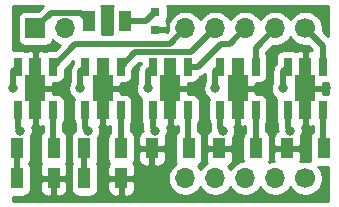
<source format=gtl>
%TF.GenerationSoftware,KiCad,Pcbnew,(5.1.8)-1*%
%TF.CreationDate,2021-03-06T21:21:54+09:00*%
%TF.ProjectId,led_driver,6c65645f-6472-4697-9665-722e6b696361,rev?*%
%TF.SameCoordinates,PX7df6180PY3a22d00*%
%TF.FileFunction,Copper,L1,Top*%
%TF.FilePolarity,Positive*%
%FSLAX46Y46*%
G04 Gerber Fmt 4.6, Leading zero omitted, Abs format (unit mm)*
G04 Created by KiCad (PCBNEW (5.1.8)-1) date 2021-03-06 21:21:54*
%MOMM*%
%LPD*%
G01*
G04 APERTURE LIST*
%TA.AperFunction,ComponentPad*%
%ADD10C,1.700000*%
%TD*%
%TA.AperFunction,ComponentPad*%
%ADD11O,1.700000X1.700000*%
%TD*%
%TA.AperFunction,ComponentPad*%
%ADD12R,1.700000X1.700000*%
%TD*%
%TA.AperFunction,SMDPad,CuDef*%
%ADD13R,0.700000X1.500000*%
%TD*%
%TA.AperFunction,SMDPad,CuDef*%
%ADD14R,1.000000X1.500000*%
%TD*%
%TA.AperFunction,SMDPad,CuDef*%
%ADD15R,1.800000X2.200000*%
%TD*%
%TA.AperFunction,SMDPad,CuDef*%
%ADD16R,1.050000X1.800000*%
%TD*%
%TA.AperFunction,SMDPad,CuDef*%
%ADD17R,0.800000X0.800000*%
%TD*%
%TA.AperFunction,ViaPad*%
%ADD18C,0.800000*%
%TD*%
%TA.AperFunction,Conductor*%
%ADD19C,0.500000*%
%TD*%
%TA.AperFunction,Conductor*%
%ADD20C,0.254000*%
%TD*%
%TA.AperFunction,Conductor*%
%ADD21C,0.100000*%
%TD*%
G04 APERTURE END LIST*
D10*
%TO.P,J2,1*%
%TO.N,Net-(J2-Pad1)*%
X25400000Y2540000D03*
D11*
%TO.P,J2,2*%
%TO.N,Net-(J2-Pad2)*%
X22860000Y2540000D03*
%TO.P,J2,3*%
%TO.N,Net-(J2-Pad3)*%
X20320000Y2540000D03*
%TO.P,J2,4*%
%TO.N,Net-(J10-Pad1)*%
X17780000Y2540000D03*
%TO.P,J2,5*%
%TO.N,Net-(J11-Pad1)*%
X15240000Y2540000D03*
%TD*%
%TO.P,J3,5*%
%TO.N,Net-(J11-Pad4)*%
X15240000Y15240000D03*
%TO.P,J3,4*%
%TO.N,Net-(J10-Pad4)*%
X17780000Y15240000D03*
%TO.P,J3,3*%
%TO.N,Net-(J3-Pad3)*%
X20320000Y15240000D03*
%TO.P,J3,2*%
%TO.N,Net-(J3-Pad2)*%
X22860000Y15240000D03*
D10*
%TO.P,J3,1*%
%TO.N,Net-(J3-Pad1)*%
X25400000Y15240000D03*
%TD*%
D12*
%TO.P,J1,1*%
%TO.N,Net-(J1-Pad1)*%
X2540000Y15240000D03*
D11*
%TO.P,J1,2*%
%TO.N,Net-(J1-Pad2)*%
X5080000Y15240000D03*
%TD*%
D13*
%TO.P,J5,1*%
%TO.N,Net-(J2-Pad1)*%
X23900000Y8310000D03*
D14*
%TO.P,J5,2*%
%TO.N,Net-(J1-Pad2)*%
X25400000Y8310000D03*
D13*
%TO.P,J5,3*%
%TO.N,Net-(J5-Pad3)*%
X26900000Y8310000D03*
%TO.P,J5,4*%
%TO.N,Net-(J3-Pad1)*%
X26900000Y12010000D03*
D14*
%TO.P,J5,5*%
%TO.N,Net-(J1-Pad2)*%
X25400000Y12010000D03*
D13*
%TO.P,J5,6*%
%TO.N,Net-(J1-Pad1)*%
X23900000Y12010000D03*
D15*
%TO.P,J5,7*%
%TO.N,Net-(J1-Pad2)*%
X25400000Y10160000D03*
%TD*%
%TO.P,J6,7*%
%TO.N,Net-(J1-Pad2)*%
X19685000Y10160000D03*
D13*
%TO.P,J6,6*%
%TO.N,Net-(J1-Pad1)*%
X18185000Y12010000D03*
D14*
%TO.P,J6,5*%
%TO.N,Net-(J1-Pad2)*%
X19685000Y12010000D03*
D13*
%TO.P,J6,4*%
%TO.N,Net-(J3-Pad2)*%
X21185000Y12010000D03*
%TO.P,J6,3*%
%TO.N,Net-(J6-Pad3)*%
X21185000Y8310000D03*
D14*
%TO.P,J6,2*%
%TO.N,Net-(J1-Pad2)*%
X19685000Y8310000D03*
D13*
%TO.P,J6,1*%
%TO.N,Net-(J2-Pad2)*%
X18185000Y8310000D03*
%TD*%
%TO.P,J7,1*%
%TO.N,Net-(J2-Pad3)*%
X12470000Y8310000D03*
D14*
%TO.P,J7,2*%
%TO.N,Net-(J1-Pad2)*%
X13970000Y8310000D03*
D13*
%TO.P,J7,3*%
%TO.N,Net-(J7-Pad3)*%
X15470000Y8310000D03*
%TO.P,J7,4*%
%TO.N,Net-(J3-Pad3)*%
X15470000Y12010000D03*
D14*
%TO.P,J7,5*%
%TO.N,Net-(J1-Pad2)*%
X13970000Y12010000D03*
D13*
%TO.P,J7,6*%
%TO.N,Net-(J1-Pad1)*%
X12470000Y12010000D03*
D15*
%TO.P,J7,7*%
%TO.N,Net-(J1-Pad2)*%
X13970000Y10160000D03*
%TD*%
D13*
%TO.P,J10,1*%
%TO.N,Net-(J10-Pad1)*%
X6755000Y8310000D03*
D14*
%TO.P,J10,2*%
%TO.N,Net-(J1-Pad2)*%
X8255000Y8310000D03*
D13*
%TO.P,J10,3*%
%TO.N,Net-(J10-Pad3)*%
X9755000Y8310000D03*
%TO.P,J10,4*%
%TO.N,Net-(J10-Pad4)*%
X9755000Y12010000D03*
D14*
%TO.P,J10,5*%
%TO.N,Net-(J1-Pad2)*%
X8255000Y12010000D03*
D13*
%TO.P,J10,6*%
%TO.N,Net-(J1-Pad1)*%
X6755000Y12010000D03*
D15*
%TO.P,J10,7*%
%TO.N,Net-(J1-Pad2)*%
X8255000Y10160000D03*
%TD*%
%TO.P,J11,7*%
%TO.N,Net-(J1-Pad2)*%
X2540000Y10160000D03*
D13*
%TO.P,J11,6*%
%TO.N,Net-(J1-Pad1)*%
X1040000Y12010000D03*
D14*
%TO.P,J11,5*%
%TO.N,Net-(J1-Pad2)*%
X2540000Y12010000D03*
D13*
%TO.P,J11,4*%
%TO.N,Net-(J11-Pad4)*%
X4040000Y12010000D03*
%TO.P,J11,3*%
%TO.N,Net-(J11-Pad3)*%
X4040000Y8310000D03*
D14*
%TO.P,J11,2*%
%TO.N,Net-(J1-Pad2)*%
X2540000Y8310000D03*
D13*
%TO.P,J11,1*%
%TO.N,Net-(J11-Pad1)*%
X1040000Y8310000D03*
%TD*%
D16*
%TO.P,R1,1*%
%TO.N,Net-(J5-Pad3)*%
X26950000Y5080000D03*
%TO.P,R1,2*%
%TO.N,Net-(J1-Pad2)*%
X23850000Y5080000D03*
%TD*%
%TO.P,R2,2*%
%TO.N,Net-(J1-Pad2)*%
X18135000Y5080000D03*
%TO.P,R2,1*%
%TO.N,Net-(J6-Pad3)*%
X21235000Y5080000D03*
%TD*%
%TO.P,R3,1*%
%TO.N,Net-(J7-Pad3)*%
X15520000Y5080000D03*
%TO.P,R3,2*%
%TO.N,Net-(J1-Pad2)*%
X12420000Y5080000D03*
%TD*%
%TO.P,R4,1*%
%TO.N,Net-(J10-Pad3)*%
X9805000Y5080000D03*
%TO.P,R4,2*%
%TO.N,Net-(R4-Pad2)*%
X6705000Y5080000D03*
%TD*%
%TO.P,R5,1*%
%TO.N,Net-(J11-Pad3)*%
X4090000Y5080000D03*
%TO.P,R5,2*%
%TO.N,Net-(R5-Pad2)*%
X990000Y5080000D03*
%TD*%
%TO.P,R6,2*%
%TO.N,Net-(J1-Pad2)*%
X9805000Y2540000D03*
%TO.P,R6,1*%
%TO.N,Net-(R4-Pad2)*%
X6705000Y2540000D03*
%TD*%
%TO.P,R7,2*%
%TO.N,Net-(J1-Pad2)*%
X4090000Y2540000D03*
%TO.P,R7,1*%
%TO.N,Net-(R5-Pad2)*%
X990000Y2540000D03*
%TD*%
D17*
%TO.P,LED1,1*%
%TO.N,Net-(LED1-Pad1)*%
X12700000Y16625000D03*
%TO.P,LED1,2*%
%TO.N,Net-(J1-Pad2)*%
X12700000Y15125000D03*
%TD*%
D16*
%TO.P,R8,1*%
%TO.N,Net-(J1-Pad1)*%
X7060000Y15875000D03*
%TO.P,R8,2*%
%TO.N,Net-(LED1-Pad1)*%
X10160000Y15875000D03*
%TD*%
D18*
%TO.N,Net-(J1-Pad1)*%
X635000Y10160000D03*
X6350000Y10160000D03*
X12065000Y10160000D03*
X17780000Y10160000D03*
X23495000Y10160000D03*
%TO.N,Net-(J1-Pad2)*%
X1016000Y16764000D03*
X26924000Y16764000D03*
X12319000Y1143000D03*
X10033000Y10160000D03*
X4318000Y10160000D03*
X15748000Y10160000D03*
X21463000Y10160000D03*
X27178000Y10160000D03*
X2667000Y6604000D03*
X11176000Y6858000D03*
X22606000Y6858000D03*
X8382000Y6604000D03*
X5334000Y6604000D03*
X25654000Y6604000D03*
X8636000Y15875000D03*
X2540000Y1143000D03*
X8255000Y1143000D03*
X26924000Y1016000D03*
%TO.N,Net-(J2-Pad1)*%
X24130000Y6580002D03*
%TO.N,Net-(J2-Pad2)*%
X18415000Y6580002D03*
%TO.N,Net-(J2-Pad3)*%
X12700000Y6580002D03*
%TO.N,Net-(J10-Pad1)*%
X6985000Y6580002D03*
%TO.N,Net-(J11-Pad1)*%
X1270000Y6580002D03*
%TD*%
D19*
%TO.N,Net-(J1-Pad1)*%
X3840001Y16540001D02*
X6394999Y16540001D01*
X6394999Y16540001D02*
X7060000Y15875000D01*
X2540000Y15240000D02*
X3840001Y16540001D01*
X635000Y11605000D02*
X1040000Y12010000D01*
X635000Y10160000D02*
X635000Y11605000D01*
X6350000Y11605000D02*
X6755000Y12010000D01*
X6350000Y10160000D02*
X6350000Y11605000D01*
X12065000Y11605000D02*
X12470000Y12010000D01*
X12065000Y10160000D02*
X12065000Y11605000D01*
X17780000Y11605000D02*
X18185000Y12010000D01*
X17780000Y10160000D02*
X17780000Y11605000D01*
X23495000Y11605000D02*
X23900000Y12010000D01*
X23495000Y10160000D02*
X23495000Y11605000D01*
%TO.N,Net-(J2-Pad1)*%
X23900000Y6810002D02*
X24130000Y6580002D01*
X23900000Y8310000D02*
X23900000Y6810002D01*
%TO.N,Net-(J2-Pad2)*%
X18185000Y6810002D02*
X18415000Y6580002D01*
X18185000Y8310000D02*
X18185000Y6810002D01*
%TO.N,Net-(J2-Pad3)*%
X12470000Y6810002D02*
X12700000Y6580002D01*
X12470000Y8310000D02*
X12470000Y6810002D01*
%TO.N,Net-(J10-Pad1)*%
X6755000Y6810002D02*
X6985000Y6580002D01*
X6755000Y8310000D02*
X6755000Y6810002D01*
%TO.N,Net-(J11-Pad1)*%
X1040000Y6810002D02*
X1270000Y6580002D01*
X1040000Y8310000D02*
X1040000Y6810002D01*
%TO.N,Net-(J11-Pad4)*%
X13910011Y13910011D02*
X15240000Y15240000D01*
X5940011Y13910011D02*
X13910011Y13910011D01*
X4040000Y12010000D02*
X5940011Y13910011D01*
%TO.N,Net-(J10-Pad4)*%
X15750001Y13210001D02*
X17780000Y15240000D01*
X10955001Y13210001D02*
X15750001Y13210001D01*
X9755000Y12010000D02*
X10955001Y13210001D01*
%TO.N,Net-(J3-Pad3)*%
X19019999Y13939999D02*
X20320000Y15240000D01*
X18249999Y13939999D02*
X19019999Y13939999D01*
X16320000Y12010000D02*
X18249999Y13939999D01*
X15470000Y12010000D02*
X16320000Y12010000D01*
%TO.N,Net-(J3-Pad2)*%
X21185000Y13565000D02*
X22860000Y15240000D01*
X21185000Y12010000D02*
X21185000Y13565000D01*
%TO.N,Net-(J3-Pad1)*%
X26900000Y13740000D02*
X26900000Y12010000D01*
X25400000Y15240000D02*
X26900000Y13740000D01*
%TO.N,Net-(J5-Pad3)*%
X26900000Y5130000D02*
X26950000Y5080000D01*
X26900000Y8310000D02*
X26900000Y5130000D01*
%TO.N,Net-(J6-Pad3)*%
X21185000Y5130000D02*
X21235000Y5080000D01*
X21185000Y8310000D02*
X21185000Y5130000D01*
%TO.N,Net-(J7-Pad3)*%
X15470000Y5130000D02*
X15520000Y5080000D01*
X15470000Y8310000D02*
X15470000Y5130000D01*
%TO.N,Net-(J10-Pad3)*%
X9755000Y5130000D02*
X9805000Y5080000D01*
X9755000Y8310000D02*
X9755000Y5130000D01*
%TO.N,Net-(J11-Pad3)*%
X4040000Y5130000D02*
X4090000Y5080000D01*
X4040000Y8310000D02*
X4040000Y5130000D01*
%TO.N,Net-(R4-Pad2)*%
X6705000Y5080000D02*
X6705000Y2540000D01*
%TO.N,Net-(R5-Pad2)*%
X990000Y5080000D02*
X990000Y2540000D01*
%TO.N,Net-(LED1-Pad1)*%
X11950000Y15875000D02*
X12700000Y16625000D01*
X10160000Y15875000D02*
X11950000Y15875000D01*
%TD*%
D20*
%TO.N,Net-(J1-Pad2)*%
X2776493Y16728072D02*
X1690000Y16728072D01*
X1565518Y16715812D01*
X1445820Y16679502D01*
X1335506Y16620537D01*
X1238815Y16541185D01*
X1159463Y16444494D01*
X1100498Y16334180D01*
X1064188Y16214482D01*
X1051928Y16090000D01*
X1051928Y14390000D01*
X1064188Y14265518D01*
X1100498Y14145820D01*
X1159463Y14035506D01*
X1238815Y13938815D01*
X1335506Y13859463D01*
X1445820Y13800498D01*
X1565518Y13764188D01*
X1690000Y13751928D01*
X3390000Y13751928D01*
X3514482Y13764188D01*
X3634180Y13800498D01*
X3744494Y13859463D01*
X3841185Y13938815D01*
X3920537Y14035506D01*
X3979502Y14145820D01*
X4003966Y14226466D01*
X4079731Y14142412D01*
X4313080Y13968359D01*
X4575901Y13843175D01*
X4610962Y13832540D01*
X4176494Y13398072D01*
X3690000Y13398072D01*
X3565518Y13385812D01*
X3445820Y13349502D01*
X3365000Y13306302D01*
X3284180Y13349502D01*
X3164482Y13385812D01*
X3040000Y13398072D01*
X2825750Y13395000D01*
X2667000Y13236250D01*
X2667000Y12137000D01*
X2687000Y12137000D01*
X2687000Y11883000D01*
X2667000Y11883000D01*
X2667000Y10287000D01*
X3916250Y10287000D01*
X4075000Y10445750D01*
X4075665Y10621928D01*
X4390000Y10621928D01*
X4514482Y10634188D01*
X4634180Y10670498D01*
X4744494Y10729463D01*
X4841185Y10808815D01*
X4920537Y10905506D01*
X4979502Y11015820D01*
X5015812Y11135518D01*
X5028072Y11260000D01*
X5028072Y11746494D01*
X5766928Y12485349D01*
X5766928Y12273506D01*
X5754952Y12261530D01*
X5721184Y12233817D01*
X5693471Y12200049D01*
X5693468Y12200046D01*
X5610590Y12099059D01*
X5528412Y11945313D01*
X5477805Y11778490D01*
X5460719Y11605000D01*
X5465001Y11561521D01*
X5465000Y10698455D01*
X5432795Y10650256D01*
X5354774Y10461898D01*
X5315000Y10261939D01*
X5315000Y10058061D01*
X5354774Y9858102D01*
X5432795Y9669744D01*
X5546063Y9500226D01*
X5690226Y9356063D01*
X5807472Y9277722D01*
X5779188Y9184482D01*
X5766928Y9060000D01*
X5766928Y7560000D01*
X5779188Y7435518D01*
X5815498Y7315820D01*
X5870001Y7213854D01*
X5870001Y6853481D01*
X5865719Y6810002D01*
X5882805Y6636512D01*
X5907694Y6554468D01*
X5825506Y6510537D01*
X5728815Y6431185D01*
X5649463Y6334494D01*
X5590498Y6224180D01*
X5554188Y6104482D01*
X5541928Y5980000D01*
X5541928Y4180000D01*
X5554188Y4055518D01*
X5590498Y3935820D01*
X5649463Y3825506D01*
X5662188Y3810000D01*
X5649463Y3794494D01*
X5590498Y3684180D01*
X5554188Y3564482D01*
X5541928Y3440000D01*
X5541928Y1640000D01*
X5554188Y1515518D01*
X5590498Y1395820D01*
X5649463Y1285506D01*
X5728815Y1188815D01*
X5825506Y1109463D01*
X5935820Y1050498D01*
X6055518Y1014188D01*
X6180000Y1001928D01*
X7230000Y1001928D01*
X7354482Y1014188D01*
X7474180Y1050498D01*
X7584494Y1109463D01*
X7681185Y1188815D01*
X7760537Y1285506D01*
X7819502Y1395820D01*
X7855812Y1515518D01*
X7868072Y1640000D01*
X8641928Y1640000D01*
X8654188Y1515518D01*
X8690498Y1395820D01*
X8749463Y1285506D01*
X8828815Y1188815D01*
X8925506Y1109463D01*
X9035820Y1050498D01*
X9155518Y1014188D01*
X9280000Y1001928D01*
X9519250Y1005000D01*
X9678000Y1163750D01*
X9678000Y2413000D01*
X9932000Y2413000D01*
X9932000Y1163750D01*
X10090750Y1005000D01*
X10330000Y1001928D01*
X10454482Y1014188D01*
X10574180Y1050498D01*
X10684494Y1109463D01*
X10781185Y1188815D01*
X10860537Y1285506D01*
X10919502Y1395820D01*
X10955812Y1515518D01*
X10968072Y1640000D01*
X10965000Y2254250D01*
X10806250Y2413000D01*
X9932000Y2413000D01*
X9678000Y2413000D01*
X8803750Y2413000D01*
X8645000Y2254250D01*
X8641928Y1640000D01*
X7868072Y1640000D01*
X7868072Y3440000D01*
X7855812Y3564482D01*
X7819502Y3684180D01*
X7760537Y3794494D01*
X7747812Y3810000D01*
X7760537Y3825506D01*
X7819502Y3935820D01*
X7855812Y4055518D01*
X7868072Y4180000D01*
X7868072Y5980000D01*
X7863037Y6031126D01*
X7902205Y6089746D01*
X7980226Y6278104D01*
X8020000Y6478063D01*
X8020000Y6681941D01*
X7980226Y6881900D01*
X7962414Y6924902D01*
X7969250Y6925000D01*
X8128000Y7083750D01*
X8128000Y8183000D01*
X8108000Y8183000D01*
X8108000Y8437000D01*
X8128000Y8437000D01*
X8128000Y10033000D01*
X8382000Y10033000D01*
X8382000Y8437000D01*
X8402000Y8437000D01*
X8402000Y8183000D01*
X8382000Y8183000D01*
X8382000Y7083750D01*
X8540750Y6925000D01*
X8755000Y6921928D01*
X8870000Y6933254D01*
X8870001Y6464985D01*
X8828815Y6431185D01*
X8749463Y6334494D01*
X8690498Y6224180D01*
X8654188Y6104482D01*
X8641928Y5980000D01*
X8641928Y4180000D01*
X8654188Y4055518D01*
X8690498Y3935820D01*
X8749463Y3825506D01*
X8762188Y3810000D01*
X8749463Y3794494D01*
X8690498Y3684180D01*
X8654188Y3564482D01*
X8641928Y3440000D01*
X8645000Y2825750D01*
X8803750Y2667000D01*
X9678000Y2667000D01*
X9678000Y2687000D01*
X9932000Y2687000D01*
X9932000Y2667000D01*
X10806250Y2667000D01*
X10965000Y2825750D01*
X10968072Y3440000D01*
X10955812Y3564482D01*
X10919502Y3684180D01*
X10860537Y3794494D01*
X10847812Y3810000D01*
X10860537Y3825506D01*
X10919502Y3935820D01*
X10955812Y4055518D01*
X10968072Y4180000D01*
X11256928Y4180000D01*
X11269188Y4055518D01*
X11305498Y3935820D01*
X11364463Y3825506D01*
X11443815Y3728815D01*
X11540506Y3649463D01*
X11650820Y3590498D01*
X11770518Y3554188D01*
X11895000Y3541928D01*
X12134250Y3545000D01*
X12293000Y3703750D01*
X12293000Y4953000D01*
X12547000Y4953000D01*
X12547000Y3703750D01*
X12705750Y3545000D01*
X12945000Y3541928D01*
X13069482Y3554188D01*
X13189180Y3590498D01*
X13299494Y3649463D01*
X13396185Y3728815D01*
X13475537Y3825506D01*
X13534502Y3935820D01*
X13570812Y4055518D01*
X13583072Y4180000D01*
X13580000Y4794250D01*
X13421250Y4953000D01*
X12547000Y4953000D01*
X12293000Y4953000D01*
X11418750Y4953000D01*
X11260000Y4794250D01*
X11256928Y4180000D01*
X10968072Y4180000D01*
X10968072Y5980000D01*
X10955812Y6104482D01*
X10919502Y6224180D01*
X10860537Y6334494D01*
X10781185Y6431185D01*
X10684494Y6510537D01*
X10640000Y6534320D01*
X10640000Y7213856D01*
X10694502Y7315820D01*
X10730812Y7435518D01*
X10743072Y7560000D01*
X10743072Y9060000D01*
X10730812Y9184482D01*
X10694502Y9304180D01*
X10635537Y9414494D01*
X10556185Y9511185D01*
X10459494Y9590537D01*
X10349180Y9649502D01*
X10229482Y9685812D01*
X10105000Y9698072D01*
X9790665Y9698072D01*
X9790000Y9874250D01*
X9631250Y10033000D01*
X8382000Y10033000D01*
X8128000Y10033000D01*
X8108000Y10033000D01*
X8108000Y10287000D01*
X8128000Y10287000D01*
X8128000Y11883000D01*
X8108000Y11883000D01*
X8108000Y12137000D01*
X8128000Y12137000D01*
X8128000Y12157000D01*
X8382000Y12157000D01*
X8382000Y12137000D01*
X8402000Y12137000D01*
X8402000Y11883000D01*
X8382000Y11883000D01*
X8382000Y10287000D01*
X9631250Y10287000D01*
X9790000Y10445750D01*
X9790665Y10621928D01*
X10105000Y10621928D01*
X10229482Y10634188D01*
X10349180Y10670498D01*
X10459494Y10729463D01*
X10556185Y10808815D01*
X10635537Y10905506D01*
X10694502Y11015820D01*
X10730812Y11135518D01*
X10743072Y11260000D01*
X10743072Y11746494D01*
X11321580Y12325001D01*
X11481928Y12325001D01*
X11481928Y12273506D01*
X11469952Y12261530D01*
X11436184Y12233817D01*
X11408471Y12200049D01*
X11408468Y12200046D01*
X11325590Y12099059D01*
X11243412Y11945313D01*
X11192805Y11778490D01*
X11175719Y11605000D01*
X11180001Y11561521D01*
X11180000Y10698455D01*
X11147795Y10650256D01*
X11069774Y10461898D01*
X11030000Y10261939D01*
X11030000Y10058061D01*
X11069774Y9858102D01*
X11147795Y9669744D01*
X11261063Y9500226D01*
X11405226Y9356063D01*
X11522472Y9277722D01*
X11494188Y9184482D01*
X11481928Y9060000D01*
X11481928Y7560000D01*
X11494188Y7435518D01*
X11530498Y7315820D01*
X11585001Y7213854D01*
X11585001Y6853481D01*
X11580719Y6810002D01*
X11597805Y6636512D01*
X11622694Y6554468D01*
X11540506Y6510537D01*
X11443815Y6431185D01*
X11364463Y6334494D01*
X11305498Y6224180D01*
X11269188Y6104482D01*
X11256928Y5980000D01*
X11260000Y5365750D01*
X11418750Y5207000D01*
X12293000Y5207000D01*
X12293000Y5227000D01*
X12547000Y5227000D01*
X12547000Y5207000D01*
X13421250Y5207000D01*
X13580000Y5365750D01*
X13583072Y5980000D01*
X13578037Y6031126D01*
X13617205Y6089746D01*
X13695226Y6278104D01*
X13735000Y6478063D01*
X13735000Y6681941D01*
X13695226Y6881900D01*
X13677414Y6924902D01*
X13684250Y6925000D01*
X13843000Y7083750D01*
X13843000Y8183000D01*
X13823000Y8183000D01*
X13823000Y8437000D01*
X13843000Y8437000D01*
X13843000Y10033000D01*
X13823000Y10033000D01*
X13823000Y10287000D01*
X13843000Y10287000D01*
X13843000Y11883000D01*
X13823000Y11883000D01*
X13823000Y12137000D01*
X13843000Y12137000D01*
X13843000Y12157000D01*
X14097000Y12157000D01*
X14097000Y12137000D01*
X14117000Y12137000D01*
X14117000Y11883000D01*
X14097000Y11883000D01*
X14097000Y10287000D01*
X15346250Y10287000D01*
X15505000Y10445750D01*
X15505665Y10621928D01*
X15820000Y10621928D01*
X15944482Y10634188D01*
X16064180Y10670498D01*
X16174494Y10729463D01*
X16271185Y10808815D01*
X16350537Y10905506D01*
X16409502Y11015820D01*
X16445059Y11133035D01*
X16493490Y11137805D01*
X16660313Y11188411D01*
X16814059Y11270589D01*
X16895001Y11337017D01*
X16895000Y10698455D01*
X16862795Y10650256D01*
X16784774Y10461898D01*
X16745000Y10261939D01*
X16745000Y10058061D01*
X16784774Y9858102D01*
X16862795Y9669744D01*
X16976063Y9500226D01*
X17120226Y9356063D01*
X17237472Y9277722D01*
X17209188Y9184482D01*
X17196928Y9060000D01*
X17196928Y7560000D01*
X17209188Y7435518D01*
X17245498Y7315820D01*
X17300001Y7213854D01*
X17300001Y6853481D01*
X17295719Y6810002D01*
X17312805Y6636512D01*
X17337694Y6554468D01*
X17255506Y6510537D01*
X17158815Y6431185D01*
X17079463Y6334494D01*
X17020498Y6224180D01*
X16984188Y6104482D01*
X16971928Y5980000D01*
X16975000Y5365750D01*
X17133750Y5207000D01*
X18008000Y5207000D01*
X18008000Y5227000D01*
X18262000Y5227000D01*
X18262000Y5207000D01*
X19136250Y5207000D01*
X19295000Y5365750D01*
X19298072Y5980000D01*
X19293037Y6031126D01*
X19332205Y6089746D01*
X19410226Y6278104D01*
X19450000Y6478063D01*
X19450000Y6681941D01*
X19410226Y6881900D01*
X19392414Y6924902D01*
X19399250Y6925000D01*
X19558000Y7083750D01*
X19558000Y8183000D01*
X19538000Y8183000D01*
X19538000Y8437000D01*
X19558000Y8437000D01*
X19558000Y10033000D01*
X19538000Y10033000D01*
X19538000Y10261939D01*
X22460000Y10261939D01*
X22460000Y10058061D01*
X22499774Y9858102D01*
X22577795Y9669744D01*
X22691063Y9500226D01*
X22835226Y9356063D01*
X22952472Y9277722D01*
X22924188Y9184482D01*
X22911928Y9060000D01*
X22911928Y7560000D01*
X22924188Y7435518D01*
X22960498Y7315820D01*
X23015001Y7213854D01*
X23015001Y6853481D01*
X23010719Y6810002D01*
X23027805Y6636512D01*
X23052694Y6554468D01*
X22970506Y6510537D01*
X22873815Y6431185D01*
X22794463Y6334494D01*
X22735498Y6224180D01*
X22699188Y6104482D01*
X22686928Y5980000D01*
X22690000Y5365750D01*
X22848750Y5207000D01*
X23723000Y5207000D01*
X23723000Y5227000D01*
X23977000Y5227000D01*
X23977000Y5207000D01*
X24851250Y5207000D01*
X25010000Y5365750D01*
X25013072Y5980000D01*
X25008037Y6031126D01*
X25047205Y6089746D01*
X25125226Y6278104D01*
X25165000Y6478063D01*
X25165000Y6681941D01*
X25125226Y6881900D01*
X25107414Y6924902D01*
X25114250Y6925000D01*
X25273000Y7083750D01*
X25273000Y8183000D01*
X25253000Y8183000D01*
X25253000Y8437000D01*
X25273000Y8437000D01*
X25273000Y10033000D01*
X25253000Y10033000D01*
X25253000Y10287000D01*
X25273000Y10287000D01*
X25273000Y11883000D01*
X25253000Y11883000D01*
X25253000Y12137000D01*
X25273000Y12137000D01*
X25273000Y13236250D01*
X25114250Y13395000D01*
X24900000Y13398072D01*
X24775518Y13385812D01*
X24655820Y13349502D01*
X24575000Y13306302D01*
X24494180Y13349502D01*
X24374482Y13385812D01*
X24250000Y13398072D01*
X23550000Y13398072D01*
X23425518Y13385812D01*
X23305820Y13349502D01*
X23195506Y13290537D01*
X23098815Y13211185D01*
X23019463Y13114494D01*
X22960498Y13004180D01*
X22924188Y12884482D01*
X22911928Y12760000D01*
X22911928Y12273506D01*
X22899952Y12261530D01*
X22866184Y12233817D01*
X22838471Y12200049D01*
X22838468Y12200046D01*
X22755590Y12099059D01*
X22673412Y11945313D01*
X22622805Y11778490D01*
X22605719Y11605000D01*
X22610001Y11561521D01*
X22610000Y10698455D01*
X22577795Y10650256D01*
X22499774Y10461898D01*
X22460000Y10261939D01*
X19538000Y10261939D01*
X19538000Y10287000D01*
X19558000Y10287000D01*
X19558000Y11883000D01*
X19538000Y11883000D01*
X19538000Y12137000D01*
X19558000Y12137000D01*
X19558000Y12157000D01*
X19812000Y12157000D01*
X19812000Y12137000D01*
X19832000Y12137000D01*
X19832000Y11883000D01*
X19812000Y11883000D01*
X19812000Y10287000D01*
X21061250Y10287000D01*
X21220000Y10445750D01*
X21220665Y10621928D01*
X21535000Y10621928D01*
X21659482Y10634188D01*
X21779180Y10670498D01*
X21889494Y10729463D01*
X21986185Y10808815D01*
X22065537Y10905506D01*
X22124502Y11015820D01*
X22160812Y11135518D01*
X22173072Y11260000D01*
X22173072Y12760000D01*
X22160812Y12884482D01*
X22124502Y13004180D01*
X22070000Y13106144D01*
X22070000Y13198422D01*
X22641040Y13769461D01*
X22713740Y13755000D01*
X23006260Y13755000D01*
X23293158Y13812068D01*
X23563411Y13924010D01*
X23806632Y14086525D01*
X24013475Y14293368D01*
X24130000Y14467760D01*
X24246525Y14293368D01*
X24453368Y14086525D01*
X24696589Y13924010D01*
X24966842Y13812068D01*
X25253740Y13755000D01*
X25546260Y13755000D01*
X25618960Y13769461D01*
X26000220Y13388202D01*
X25900000Y13398072D01*
X25685750Y13395000D01*
X25527000Y13236250D01*
X25527000Y12137000D01*
X25547000Y12137000D01*
X25547000Y11883000D01*
X25527000Y11883000D01*
X25527000Y10287000D01*
X26776250Y10287000D01*
X26935000Y10445750D01*
X26935665Y10621928D01*
X27250000Y10621928D01*
X27280000Y10624883D01*
X27280000Y9695117D01*
X27250000Y9698072D01*
X26935665Y9698072D01*
X26935000Y9874250D01*
X26776250Y10033000D01*
X25527000Y10033000D01*
X25527000Y8437000D01*
X25547000Y8437000D01*
X25547000Y8183000D01*
X25527000Y8183000D01*
X25527000Y7083750D01*
X25685750Y6925000D01*
X25900000Y6921928D01*
X26015000Y6933254D01*
X26015001Y6464985D01*
X25973815Y6431185D01*
X25894463Y6334494D01*
X25835498Y6224180D01*
X25799188Y6104482D01*
X25786928Y5980000D01*
X25786928Y4180000D01*
X25799188Y4055518D01*
X25825282Y3969499D01*
X25546260Y4025000D01*
X25253740Y4025000D01*
X24974718Y3969499D01*
X25000812Y4055518D01*
X25013072Y4180000D01*
X25010000Y4794250D01*
X24851250Y4953000D01*
X23977000Y4953000D01*
X23977000Y4933000D01*
X23723000Y4933000D01*
X23723000Y4953000D01*
X22848750Y4953000D01*
X22690000Y4794250D01*
X22686928Y4180000D01*
X22699188Y4055518D01*
X22708747Y4024007D01*
X22426842Y3967932D01*
X22349529Y3935908D01*
X22385812Y4055518D01*
X22398072Y4180000D01*
X22398072Y5980000D01*
X22385812Y6104482D01*
X22349502Y6224180D01*
X22290537Y6334494D01*
X22211185Y6431185D01*
X22114494Y6510537D01*
X22070000Y6534320D01*
X22070000Y7213856D01*
X22124502Y7315820D01*
X22160812Y7435518D01*
X22173072Y7560000D01*
X22173072Y9060000D01*
X22160812Y9184482D01*
X22124502Y9304180D01*
X22065537Y9414494D01*
X21986185Y9511185D01*
X21889494Y9590537D01*
X21779180Y9649502D01*
X21659482Y9685812D01*
X21535000Y9698072D01*
X21220665Y9698072D01*
X21220000Y9874250D01*
X21061250Y10033000D01*
X19812000Y10033000D01*
X19812000Y8437000D01*
X19832000Y8437000D01*
X19832000Y8183000D01*
X19812000Y8183000D01*
X19812000Y7083750D01*
X19970750Y6925000D01*
X20185000Y6921928D01*
X20300000Y6933254D01*
X20300001Y6464985D01*
X20258815Y6431185D01*
X20179463Y6334494D01*
X20120498Y6224180D01*
X20084188Y6104482D01*
X20071928Y5980000D01*
X20071928Y4180000D01*
X20084188Y4055518D01*
X20098015Y4009937D01*
X19886842Y3967932D01*
X19616589Y3855990D01*
X19373368Y3693475D01*
X19166525Y3486632D01*
X19050000Y3312240D01*
X18933475Y3486632D01*
X18846965Y3573142D01*
X18904180Y3590498D01*
X19014494Y3649463D01*
X19111185Y3728815D01*
X19190537Y3825506D01*
X19249502Y3935820D01*
X19285812Y4055518D01*
X19298072Y4180000D01*
X19295000Y4794250D01*
X19136250Y4953000D01*
X18262000Y4953000D01*
X18262000Y4933000D01*
X18008000Y4933000D01*
X18008000Y4953000D01*
X17133750Y4953000D01*
X16975000Y4794250D01*
X16971928Y4180000D01*
X16984188Y4055518D01*
X17020498Y3935820D01*
X17066700Y3849383D01*
X16833368Y3693475D01*
X16626525Y3486632D01*
X16510000Y3312240D01*
X16393475Y3486632D01*
X16289460Y3590647D01*
X16399494Y3649463D01*
X16496185Y3728815D01*
X16575537Y3825506D01*
X16634502Y3935820D01*
X16670812Y4055518D01*
X16683072Y4180000D01*
X16683072Y5980000D01*
X16670812Y6104482D01*
X16634502Y6224180D01*
X16575537Y6334494D01*
X16496185Y6431185D01*
X16399494Y6510537D01*
X16355000Y6534320D01*
X16355000Y7213856D01*
X16409502Y7315820D01*
X16445812Y7435518D01*
X16458072Y7560000D01*
X16458072Y9060000D01*
X16445812Y9184482D01*
X16409502Y9304180D01*
X16350537Y9414494D01*
X16271185Y9511185D01*
X16174494Y9590537D01*
X16064180Y9649502D01*
X15944482Y9685812D01*
X15820000Y9698072D01*
X15505665Y9698072D01*
X15505000Y9874250D01*
X15346250Y10033000D01*
X14097000Y10033000D01*
X14097000Y8437000D01*
X14117000Y8437000D01*
X14117000Y8183000D01*
X14097000Y8183000D01*
X14097000Y7083750D01*
X14255750Y6925000D01*
X14470000Y6921928D01*
X14585000Y6933254D01*
X14585001Y6464985D01*
X14543815Y6431185D01*
X14464463Y6334494D01*
X14405498Y6224180D01*
X14369188Y6104482D01*
X14356928Y5980000D01*
X14356928Y4180000D01*
X14369188Y4055518D01*
X14405498Y3935820D01*
X14464463Y3825506D01*
X14473849Y3814069D01*
X14293368Y3693475D01*
X14086525Y3486632D01*
X13924010Y3243411D01*
X13812068Y2973158D01*
X13755000Y2686260D01*
X13755000Y2393740D01*
X13812068Y2106842D01*
X13924010Y1836589D01*
X14086525Y1593368D01*
X14293368Y1386525D01*
X14536589Y1224010D01*
X14806842Y1112068D01*
X15093740Y1055000D01*
X15386260Y1055000D01*
X15673158Y1112068D01*
X15943411Y1224010D01*
X16186632Y1386525D01*
X16393475Y1593368D01*
X16510000Y1767760D01*
X16626525Y1593368D01*
X16833368Y1386525D01*
X17076589Y1224010D01*
X17346842Y1112068D01*
X17633740Y1055000D01*
X17926260Y1055000D01*
X18213158Y1112068D01*
X18483411Y1224010D01*
X18726632Y1386525D01*
X18933475Y1593368D01*
X19050000Y1767760D01*
X19166525Y1593368D01*
X19373368Y1386525D01*
X19616589Y1224010D01*
X19886842Y1112068D01*
X20173740Y1055000D01*
X20466260Y1055000D01*
X20753158Y1112068D01*
X21023411Y1224010D01*
X21266632Y1386525D01*
X21473475Y1593368D01*
X21590000Y1767760D01*
X21706525Y1593368D01*
X21913368Y1386525D01*
X22156589Y1224010D01*
X22426842Y1112068D01*
X22713740Y1055000D01*
X23006260Y1055000D01*
X23293158Y1112068D01*
X23563411Y1224010D01*
X23806632Y1386525D01*
X24013475Y1593368D01*
X24130000Y1767760D01*
X24246525Y1593368D01*
X24453368Y1386525D01*
X24696589Y1224010D01*
X24966842Y1112068D01*
X25253740Y1055000D01*
X25546260Y1055000D01*
X25833158Y1112068D01*
X26103411Y1224010D01*
X26346632Y1386525D01*
X26553475Y1593368D01*
X26715990Y1836589D01*
X26827932Y2106842D01*
X26885000Y2393740D01*
X26885000Y2686260D01*
X26827932Y2973158D01*
X26715990Y3243411D01*
X26553475Y3486632D01*
X26498179Y3541928D01*
X27280001Y3541928D01*
X27280001Y660000D01*
X660000Y660000D01*
X660000Y1001928D01*
X1515000Y1001928D01*
X1639482Y1014188D01*
X1759180Y1050498D01*
X1869494Y1109463D01*
X1966185Y1188815D01*
X2045537Y1285506D01*
X2104502Y1395820D01*
X2140812Y1515518D01*
X2153072Y1640000D01*
X2926928Y1640000D01*
X2939188Y1515518D01*
X2975498Y1395820D01*
X3034463Y1285506D01*
X3113815Y1188815D01*
X3210506Y1109463D01*
X3320820Y1050498D01*
X3440518Y1014188D01*
X3565000Y1001928D01*
X3804250Y1005000D01*
X3963000Y1163750D01*
X3963000Y2413000D01*
X4217000Y2413000D01*
X4217000Y1163750D01*
X4375750Y1005000D01*
X4615000Y1001928D01*
X4739482Y1014188D01*
X4859180Y1050498D01*
X4969494Y1109463D01*
X5066185Y1188815D01*
X5145537Y1285506D01*
X5204502Y1395820D01*
X5240812Y1515518D01*
X5253072Y1640000D01*
X5250000Y2254250D01*
X5091250Y2413000D01*
X4217000Y2413000D01*
X3963000Y2413000D01*
X3088750Y2413000D01*
X2930000Y2254250D01*
X2926928Y1640000D01*
X2153072Y1640000D01*
X2153072Y3440000D01*
X2140812Y3564482D01*
X2104502Y3684180D01*
X2045537Y3794494D01*
X2032812Y3810000D01*
X2045537Y3825506D01*
X2104502Y3935820D01*
X2140812Y4055518D01*
X2153072Y4180000D01*
X2153072Y5980000D01*
X2148037Y6031126D01*
X2187205Y6089746D01*
X2265226Y6278104D01*
X2305000Y6478063D01*
X2305000Y6681941D01*
X2265226Y6881900D01*
X2247414Y6924902D01*
X2254250Y6925000D01*
X2413000Y7083750D01*
X2413000Y8183000D01*
X2393000Y8183000D01*
X2393000Y8437000D01*
X2413000Y8437000D01*
X2413000Y10033000D01*
X2667000Y10033000D01*
X2667000Y8437000D01*
X2687000Y8437000D01*
X2687000Y8183000D01*
X2667000Y8183000D01*
X2667000Y7083750D01*
X2825750Y6925000D01*
X3040000Y6921928D01*
X3155000Y6933254D01*
X3155001Y6464985D01*
X3113815Y6431185D01*
X3034463Y6334494D01*
X2975498Y6224180D01*
X2939188Y6104482D01*
X2926928Y5980000D01*
X2926928Y4180000D01*
X2939188Y4055518D01*
X2975498Y3935820D01*
X3034463Y3825506D01*
X3047188Y3810000D01*
X3034463Y3794494D01*
X2975498Y3684180D01*
X2939188Y3564482D01*
X2926928Y3440000D01*
X2930000Y2825750D01*
X3088750Y2667000D01*
X3963000Y2667000D01*
X3963000Y2687000D01*
X4217000Y2687000D01*
X4217000Y2667000D01*
X5091250Y2667000D01*
X5250000Y2825750D01*
X5253072Y3440000D01*
X5240812Y3564482D01*
X5204502Y3684180D01*
X5145537Y3794494D01*
X5132812Y3810000D01*
X5145537Y3825506D01*
X5204502Y3935820D01*
X5240812Y4055518D01*
X5253072Y4180000D01*
X5253072Y5980000D01*
X5240812Y6104482D01*
X5204502Y6224180D01*
X5145537Y6334494D01*
X5066185Y6431185D01*
X4969494Y6510537D01*
X4925000Y6534320D01*
X4925000Y7213856D01*
X4979502Y7315820D01*
X5015812Y7435518D01*
X5028072Y7560000D01*
X5028072Y9060000D01*
X5015812Y9184482D01*
X4979502Y9304180D01*
X4920537Y9414494D01*
X4841185Y9511185D01*
X4744494Y9590537D01*
X4634180Y9649502D01*
X4514482Y9685812D01*
X4390000Y9698072D01*
X4075665Y9698072D01*
X4075000Y9874250D01*
X3916250Y10033000D01*
X2667000Y10033000D01*
X2413000Y10033000D01*
X2393000Y10033000D01*
X2393000Y10287000D01*
X2413000Y10287000D01*
X2413000Y11883000D01*
X2393000Y11883000D01*
X2393000Y12137000D01*
X2413000Y12137000D01*
X2413000Y13236250D01*
X2254250Y13395000D01*
X2040000Y13398072D01*
X1915518Y13385812D01*
X1795820Y13349502D01*
X1715000Y13306302D01*
X1634180Y13349502D01*
X1514482Y13385812D01*
X1390000Y13398072D01*
X690000Y13398072D01*
X660000Y13395117D01*
X660000Y17120000D01*
X3168421Y17120000D01*
X2776493Y16728072D01*
%TA.AperFunction,Conductor*%
D21*
G36*
X2776493Y16728072D02*
G01*
X1690000Y16728072D01*
X1565518Y16715812D01*
X1445820Y16679502D01*
X1335506Y16620537D01*
X1238815Y16541185D01*
X1159463Y16444494D01*
X1100498Y16334180D01*
X1064188Y16214482D01*
X1051928Y16090000D01*
X1051928Y14390000D01*
X1064188Y14265518D01*
X1100498Y14145820D01*
X1159463Y14035506D01*
X1238815Y13938815D01*
X1335506Y13859463D01*
X1445820Y13800498D01*
X1565518Y13764188D01*
X1690000Y13751928D01*
X3390000Y13751928D01*
X3514482Y13764188D01*
X3634180Y13800498D01*
X3744494Y13859463D01*
X3841185Y13938815D01*
X3920537Y14035506D01*
X3979502Y14145820D01*
X4003966Y14226466D01*
X4079731Y14142412D01*
X4313080Y13968359D01*
X4575901Y13843175D01*
X4610962Y13832540D01*
X4176494Y13398072D01*
X3690000Y13398072D01*
X3565518Y13385812D01*
X3445820Y13349502D01*
X3365000Y13306302D01*
X3284180Y13349502D01*
X3164482Y13385812D01*
X3040000Y13398072D01*
X2825750Y13395000D01*
X2667000Y13236250D01*
X2667000Y12137000D01*
X2687000Y12137000D01*
X2687000Y11883000D01*
X2667000Y11883000D01*
X2667000Y10287000D01*
X3916250Y10287000D01*
X4075000Y10445750D01*
X4075665Y10621928D01*
X4390000Y10621928D01*
X4514482Y10634188D01*
X4634180Y10670498D01*
X4744494Y10729463D01*
X4841185Y10808815D01*
X4920537Y10905506D01*
X4979502Y11015820D01*
X5015812Y11135518D01*
X5028072Y11260000D01*
X5028072Y11746494D01*
X5766928Y12485349D01*
X5766928Y12273506D01*
X5754952Y12261530D01*
X5721184Y12233817D01*
X5693471Y12200049D01*
X5693468Y12200046D01*
X5610590Y12099059D01*
X5528412Y11945313D01*
X5477805Y11778490D01*
X5460719Y11605000D01*
X5465001Y11561521D01*
X5465000Y10698455D01*
X5432795Y10650256D01*
X5354774Y10461898D01*
X5315000Y10261939D01*
X5315000Y10058061D01*
X5354774Y9858102D01*
X5432795Y9669744D01*
X5546063Y9500226D01*
X5690226Y9356063D01*
X5807472Y9277722D01*
X5779188Y9184482D01*
X5766928Y9060000D01*
X5766928Y7560000D01*
X5779188Y7435518D01*
X5815498Y7315820D01*
X5870001Y7213854D01*
X5870001Y6853481D01*
X5865719Y6810002D01*
X5882805Y6636512D01*
X5907694Y6554468D01*
X5825506Y6510537D01*
X5728815Y6431185D01*
X5649463Y6334494D01*
X5590498Y6224180D01*
X5554188Y6104482D01*
X5541928Y5980000D01*
X5541928Y4180000D01*
X5554188Y4055518D01*
X5590498Y3935820D01*
X5649463Y3825506D01*
X5662188Y3810000D01*
X5649463Y3794494D01*
X5590498Y3684180D01*
X5554188Y3564482D01*
X5541928Y3440000D01*
X5541928Y1640000D01*
X5554188Y1515518D01*
X5590498Y1395820D01*
X5649463Y1285506D01*
X5728815Y1188815D01*
X5825506Y1109463D01*
X5935820Y1050498D01*
X6055518Y1014188D01*
X6180000Y1001928D01*
X7230000Y1001928D01*
X7354482Y1014188D01*
X7474180Y1050498D01*
X7584494Y1109463D01*
X7681185Y1188815D01*
X7760537Y1285506D01*
X7819502Y1395820D01*
X7855812Y1515518D01*
X7868072Y1640000D01*
X8641928Y1640000D01*
X8654188Y1515518D01*
X8690498Y1395820D01*
X8749463Y1285506D01*
X8828815Y1188815D01*
X8925506Y1109463D01*
X9035820Y1050498D01*
X9155518Y1014188D01*
X9280000Y1001928D01*
X9519250Y1005000D01*
X9678000Y1163750D01*
X9678000Y2413000D01*
X9932000Y2413000D01*
X9932000Y1163750D01*
X10090750Y1005000D01*
X10330000Y1001928D01*
X10454482Y1014188D01*
X10574180Y1050498D01*
X10684494Y1109463D01*
X10781185Y1188815D01*
X10860537Y1285506D01*
X10919502Y1395820D01*
X10955812Y1515518D01*
X10968072Y1640000D01*
X10965000Y2254250D01*
X10806250Y2413000D01*
X9932000Y2413000D01*
X9678000Y2413000D01*
X8803750Y2413000D01*
X8645000Y2254250D01*
X8641928Y1640000D01*
X7868072Y1640000D01*
X7868072Y3440000D01*
X7855812Y3564482D01*
X7819502Y3684180D01*
X7760537Y3794494D01*
X7747812Y3810000D01*
X7760537Y3825506D01*
X7819502Y3935820D01*
X7855812Y4055518D01*
X7868072Y4180000D01*
X7868072Y5980000D01*
X7863037Y6031126D01*
X7902205Y6089746D01*
X7980226Y6278104D01*
X8020000Y6478063D01*
X8020000Y6681941D01*
X7980226Y6881900D01*
X7962414Y6924902D01*
X7969250Y6925000D01*
X8128000Y7083750D01*
X8128000Y8183000D01*
X8108000Y8183000D01*
X8108000Y8437000D01*
X8128000Y8437000D01*
X8128000Y10033000D01*
X8382000Y10033000D01*
X8382000Y8437000D01*
X8402000Y8437000D01*
X8402000Y8183000D01*
X8382000Y8183000D01*
X8382000Y7083750D01*
X8540750Y6925000D01*
X8755000Y6921928D01*
X8870000Y6933254D01*
X8870001Y6464985D01*
X8828815Y6431185D01*
X8749463Y6334494D01*
X8690498Y6224180D01*
X8654188Y6104482D01*
X8641928Y5980000D01*
X8641928Y4180000D01*
X8654188Y4055518D01*
X8690498Y3935820D01*
X8749463Y3825506D01*
X8762188Y3810000D01*
X8749463Y3794494D01*
X8690498Y3684180D01*
X8654188Y3564482D01*
X8641928Y3440000D01*
X8645000Y2825750D01*
X8803750Y2667000D01*
X9678000Y2667000D01*
X9678000Y2687000D01*
X9932000Y2687000D01*
X9932000Y2667000D01*
X10806250Y2667000D01*
X10965000Y2825750D01*
X10968072Y3440000D01*
X10955812Y3564482D01*
X10919502Y3684180D01*
X10860537Y3794494D01*
X10847812Y3810000D01*
X10860537Y3825506D01*
X10919502Y3935820D01*
X10955812Y4055518D01*
X10968072Y4180000D01*
X11256928Y4180000D01*
X11269188Y4055518D01*
X11305498Y3935820D01*
X11364463Y3825506D01*
X11443815Y3728815D01*
X11540506Y3649463D01*
X11650820Y3590498D01*
X11770518Y3554188D01*
X11895000Y3541928D01*
X12134250Y3545000D01*
X12293000Y3703750D01*
X12293000Y4953000D01*
X12547000Y4953000D01*
X12547000Y3703750D01*
X12705750Y3545000D01*
X12945000Y3541928D01*
X13069482Y3554188D01*
X13189180Y3590498D01*
X13299494Y3649463D01*
X13396185Y3728815D01*
X13475537Y3825506D01*
X13534502Y3935820D01*
X13570812Y4055518D01*
X13583072Y4180000D01*
X13580000Y4794250D01*
X13421250Y4953000D01*
X12547000Y4953000D01*
X12293000Y4953000D01*
X11418750Y4953000D01*
X11260000Y4794250D01*
X11256928Y4180000D01*
X10968072Y4180000D01*
X10968072Y5980000D01*
X10955812Y6104482D01*
X10919502Y6224180D01*
X10860537Y6334494D01*
X10781185Y6431185D01*
X10684494Y6510537D01*
X10640000Y6534320D01*
X10640000Y7213856D01*
X10694502Y7315820D01*
X10730812Y7435518D01*
X10743072Y7560000D01*
X10743072Y9060000D01*
X10730812Y9184482D01*
X10694502Y9304180D01*
X10635537Y9414494D01*
X10556185Y9511185D01*
X10459494Y9590537D01*
X10349180Y9649502D01*
X10229482Y9685812D01*
X10105000Y9698072D01*
X9790665Y9698072D01*
X9790000Y9874250D01*
X9631250Y10033000D01*
X8382000Y10033000D01*
X8128000Y10033000D01*
X8108000Y10033000D01*
X8108000Y10287000D01*
X8128000Y10287000D01*
X8128000Y11883000D01*
X8108000Y11883000D01*
X8108000Y12137000D01*
X8128000Y12137000D01*
X8128000Y12157000D01*
X8382000Y12157000D01*
X8382000Y12137000D01*
X8402000Y12137000D01*
X8402000Y11883000D01*
X8382000Y11883000D01*
X8382000Y10287000D01*
X9631250Y10287000D01*
X9790000Y10445750D01*
X9790665Y10621928D01*
X10105000Y10621928D01*
X10229482Y10634188D01*
X10349180Y10670498D01*
X10459494Y10729463D01*
X10556185Y10808815D01*
X10635537Y10905506D01*
X10694502Y11015820D01*
X10730812Y11135518D01*
X10743072Y11260000D01*
X10743072Y11746494D01*
X11321580Y12325001D01*
X11481928Y12325001D01*
X11481928Y12273506D01*
X11469952Y12261530D01*
X11436184Y12233817D01*
X11408471Y12200049D01*
X11408468Y12200046D01*
X11325590Y12099059D01*
X11243412Y11945313D01*
X11192805Y11778490D01*
X11175719Y11605000D01*
X11180001Y11561521D01*
X11180000Y10698455D01*
X11147795Y10650256D01*
X11069774Y10461898D01*
X11030000Y10261939D01*
X11030000Y10058061D01*
X11069774Y9858102D01*
X11147795Y9669744D01*
X11261063Y9500226D01*
X11405226Y9356063D01*
X11522472Y9277722D01*
X11494188Y9184482D01*
X11481928Y9060000D01*
X11481928Y7560000D01*
X11494188Y7435518D01*
X11530498Y7315820D01*
X11585001Y7213854D01*
X11585001Y6853481D01*
X11580719Y6810002D01*
X11597805Y6636512D01*
X11622694Y6554468D01*
X11540506Y6510537D01*
X11443815Y6431185D01*
X11364463Y6334494D01*
X11305498Y6224180D01*
X11269188Y6104482D01*
X11256928Y5980000D01*
X11260000Y5365750D01*
X11418750Y5207000D01*
X12293000Y5207000D01*
X12293000Y5227000D01*
X12547000Y5227000D01*
X12547000Y5207000D01*
X13421250Y5207000D01*
X13580000Y5365750D01*
X13583072Y5980000D01*
X13578037Y6031126D01*
X13617205Y6089746D01*
X13695226Y6278104D01*
X13735000Y6478063D01*
X13735000Y6681941D01*
X13695226Y6881900D01*
X13677414Y6924902D01*
X13684250Y6925000D01*
X13843000Y7083750D01*
X13843000Y8183000D01*
X13823000Y8183000D01*
X13823000Y8437000D01*
X13843000Y8437000D01*
X13843000Y10033000D01*
X13823000Y10033000D01*
X13823000Y10287000D01*
X13843000Y10287000D01*
X13843000Y11883000D01*
X13823000Y11883000D01*
X13823000Y12137000D01*
X13843000Y12137000D01*
X13843000Y12157000D01*
X14097000Y12157000D01*
X14097000Y12137000D01*
X14117000Y12137000D01*
X14117000Y11883000D01*
X14097000Y11883000D01*
X14097000Y10287000D01*
X15346250Y10287000D01*
X15505000Y10445750D01*
X15505665Y10621928D01*
X15820000Y10621928D01*
X15944482Y10634188D01*
X16064180Y10670498D01*
X16174494Y10729463D01*
X16271185Y10808815D01*
X16350537Y10905506D01*
X16409502Y11015820D01*
X16445059Y11133035D01*
X16493490Y11137805D01*
X16660313Y11188411D01*
X16814059Y11270589D01*
X16895001Y11337017D01*
X16895000Y10698455D01*
X16862795Y10650256D01*
X16784774Y10461898D01*
X16745000Y10261939D01*
X16745000Y10058061D01*
X16784774Y9858102D01*
X16862795Y9669744D01*
X16976063Y9500226D01*
X17120226Y9356063D01*
X17237472Y9277722D01*
X17209188Y9184482D01*
X17196928Y9060000D01*
X17196928Y7560000D01*
X17209188Y7435518D01*
X17245498Y7315820D01*
X17300001Y7213854D01*
X17300001Y6853481D01*
X17295719Y6810002D01*
X17312805Y6636512D01*
X17337694Y6554468D01*
X17255506Y6510537D01*
X17158815Y6431185D01*
X17079463Y6334494D01*
X17020498Y6224180D01*
X16984188Y6104482D01*
X16971928Y5980000D01*
X16975000Y5365750D01*
X17133750Y5207000D01*
X18008000Y5207000D01*
X18008000Y5227000D01*
X18262000Y5227000D01*
X18262000Y5207000D01*
X19136250Y5207000D01*
X19295000Y5365750D01*
X19298072Y5980000D01*
X19293037Y6031126D01*
X19332205Y6089746D01*
X19410226Y6278104D01*
X19450000Y6478063D01*
X19450000Y6681941D01*
X19410226Y6881900D01*
X19392414Y6924902D01*
X19399250Y6925000D01*
X19558000Y7083750D01*
X19558000Y8183000D01*
X19538000Y8183000D01*
X19538000Y8437000D01*
X19558000Y8437000D01*
X19558000Y10033000D01*
X19538000Y10033000D01*
X19538000Y10261939D01*
X22460000Y10261939D01*
X22460000Y10058061D01*
X22499774Y9858102D01*
X22577795Y9669744D01*
X22691063Y9500226D01*
X22835226Y9356063D01*
X22952472Y9277722D01*
X22924188Y9184482D01*
X22911928Y9060000D01*
X22911928Y7560000D01*
X22924188Y7435518D01*
X22960498Y7315820D01*
X23015001Y7213854D01*
X23015001Y6853481D01*
X23010719Y6810002D01*
X23027805Y6636512D01*
X23052694Y6554468D01*
X22970506Y6510537D01*
X22873815Y6431185D01*
X22794463Y6334494D01*
X22735498Y6224180D01*
X22699188Y6104482D01*
X22686928Y5980000D01*
X22690000Y5365750D01*
X22848750Y5207000D01*
X23723000Y5207000D01*
X23723000Y5227000D01*
X23977000Y5227000D01*
X23977000Y5207000D01*
X24851250Y5207000D01*
X25010000Y5365750D01*
X25013072Y5980000D01*
X25008037Y6031126D01*
X25047205Y6089746D01*
X25125226Y6278104D01*
X25165000Y6478063D01*
X25165000Y6681941D01*
X25125226Y6881900D01*
X25107414Y6924902D01*
X25114250Y6925000D01*
X25273000Y7083750D01*
X25273000Y8183000D01*
X25253000Y8183000D01*
X25253000Y8437000D01*
X25273000Y8437000D01*
X25273000Y10033000D01*
X25253000Y10033000D01*
X25253000Y10287000D01*
X25273000Y10287000D01*
X25273000Y11883000D01*
X25253000Y11883000D01*
X25253000Y12137000D01*
X25273000Y12137000D01*
X25273000Y13236250D01*
X25114250Y13395000D01*
X24900000Y13398072D01*
X24775518Y13385812D01*
X24655820Y13349502D01*
X24575000Y13306302D01*
X24494180Y13349502D01*
X24374482Y13385812D01*
X24250000Y13398072D01*
X23550000Y13398072D01*
X23425518Y13385812D01*
X23305820Y13349502D01*
X23195506Y13290537D01*
X23098815Y13211185D01*
X23019463Y13114494D01*
X22960498Y13004180D01*
X22924188Y12884482D01*
X22911928Y12760000D01*
X22911928Y12273506D01*
X22899952Y12261530D01*
X22866184Y12233817D01*
X22838471Y12200049D01*
X22838468Y12200046D01*
X22755590Y12099059D01*
X22673412Y11945313D01*
X22622805Y11778490D01*
X22605719Y11605000D01*
X22610001Y11561521D01*
X22610000Y10698455D01*
X22577795Y10650256D01*
X22499774Y10461898D01*
X22460000Y10261939D01*
X19538000Y10261939D01*
X19538000Y10287000D01*
X19558000Y10287000D01*
X19558000Y11883000D01*
X19538000Y11883000D01*
X19538000Y12137000D01*
X19558000Y12137000D01*
X19558000Y12157000D01*
X19812000Y12157000D01*
X19812000Y12137000D01*
X19832000Y12137000D01*
X19832000Y11883000D01*
X19812000Y11883000D01*
X19812000Y10287000D01*
X21061250Y10287000D01*
X21220000Y10445750D01*
X21220665Y10621928D01*
X21535000Y10621928D01*
X21659482Y10634188D01*
X21779180Y10670498D01*
X21889494Y10729463D01*
X21986185Y10808815D01*
X22065537Y10905506D01*
X22124502Y11015820D01*
X22160812Y11135518D01*
X22173072Y11260000D01*
X22173072Y12760000D01*
X22160812Y12884482D01*
X22124502Y13004180D01*
X22070000Y13106144D01*
X22070000Y13198422D01*
X22641040Y13769461D01*
X22713740Y13755000D01*
X23006260Y13755000D01*
X23293158Y13812068D01*
X23563411Y13924010D01*
X23806632Y14086525D01*
X24013475Y14293368D01*
X24130000Y14467760D01*
X24246525Y14293368D01*
X24453368Y14086525D01*
X24696589Y13924010D01*
X24966842Y13812068D01*
X25253740Y13755000D01*
X25546260Y13755000D01*
X25618960Y13769461D01*
X26000220Y13388202D01*
X25900000Y13398072D01*
X25685750Y13395000D01*
X25527000Y13236250D01*
X25527000Y12137000D01*
X25547000Y12137000D01*
X25547000Y11883000D01*
X25527000Y11883000D01*
X25527000Y10287000D01*
X26776250Y10287000D01*
X26935000Y10445750D01*
X26935665Y10621928D01*
X27250000Y10621928D01*
X27280000Y10624883D01*
X27280000Y9695117D01*
X27250000Y9698072D01*
X26935665Y9698072D01*
X26935000Y9874250D01*
X26776250Y10033000D01*
X25527000Y10033000D01*
X25527000Y8437000D01*
X25547000Y8437000D01*
X25547000Y8183000D01*
X25527000Y8183000D01*
X25527000Y7083750D01*
X25685750Y6925000D01*
X25900000Y6921928D01*
X26015000Y6933254D01*
X26015001Y6464985D01*
X25973815Y6431185D01*
X25894463Y6334494D01*
X25835498Y6224180D01*
X25799188Y6104482D01*
X25786928Y5980000D01*
X25786928Y4180000D01*
X25799188Y4055518D01*
X25825282Y3969499D01*
X25546260Y4025000D01*
X25253740Y4025000D01*
X24974718Y3969499D01*
X25000812Y4055518D01*
X25013072Y4180000D01*
X25010000Y4794250D01*
X24851250Y4953000D01*
X23977000Y4953000D01*
X23977000Y4933000D01*
X23723000Y4933000D01*
X23723000Y4953000D01*
X22848750Y4953000D01*
X22690000Y4794250D01*
X22686928Y4180000D01*
X22699188Y4055518D01*
X22708747Y4024007D01*
X22426842Y3967932D01*
X22349529Y3935908D01*
X22385812Y4055518D01*
X22398072Y4180000D01*
X22398072Y5980000D01*
X22385812Y6104482D01*
X22349502Y6224180D01*
X22290537Y6334494D01*
X22211185Y6431185D01*
X22114494Y6510537D01*
X22070000Y6534320D01*
X22070000Y7213856D01*
X22124502Y7315820D01*
X22160812Y7435518D01*
X22173072Y7560000D01*
X22173072Y9060000D01*
X22160812Y9184482D01*
X22124502Y9304180D01*
X22065537Y9414494D01*
X21986185Y9511185D01*
X21889494Y9590537D01*
X21779180Y9649502D01*
X21659482Y9685812D01*
X21535000Y9698072D01*
X21220665Y9698072D01*
X21220000Y9874250D01*
X21061250Y10033000D01*
X19812000Y10033000D01*
X19812000Y8437000D01*
X19832000Y8437000D01*
X19832000Y8183000D01*
X19812000Y8183000D01*
X19812000Y7083750D01*
X19970750Y6925000D01*
X20185000Y6921928D01*
X20300000Y6933254D01*
X20300001Y6464985D01*
X20258815Y6431185D01*
X20179463Y6334494D01*
X20120498Y6224180D01*
X20084188Y6104482D01*
X20071928Y5980000D01*
X20071928Y4180000D01*
X20084188Y4055518D01*
X20098015Y4009937D01*
X19886842Y3967932D01*
X19616589Y3855990D01*
X19373368Y3693475D01*
X19166525Y3486632D01*
X19050000Y3312240D01*
X18933475Y3486632D01*
X18846965Y3573142D01*
X18904180Y3590498D01*
X19014494Y3649463D01*
X19111185Y3728815D01*
X19190537Y3825506D01*
X19249502Y3935820D01*
X19285812Y4055518D01*
X19298072Y4180000D01*
X19295000Y4794250D01*
X19136250Y4953000D01*
X18262000Y4953000D01*
X18262000Y4933000D01*
X18008000Y4933000D01*
X18008000Y4953000D01*
X17133750Y4953000D01*
X16975000Y4794250D01*
X16971928Y4180000D01*
X16984188Y4055518D01*
X17020498Y3935820D01*
X17066700Y3849383D01*
X16833368Y3693475D01*
X16626525Y3486632D01*
X16510000Y3312240D01*
X16393475Y3486632D01*
X16289460Y3590647D01*
X16399494Y3649463D01*
X16496185Y3728815D01*
X16575537Y3825506D01*
X16634502Y3935820D01*
X16670812Y4055518D01*
X16683072Y4180000D01*
X16683072Y5980000D01*
X16670812Y6104482D01*
X16634502Y6224180D01*
X16575537Y6334494D01*
X16496185Y6431185D01*
X16399494Y6510537D01*
X16355000Y6534320D01*
X16355000Y7213856D01*
X16409502Y7315820D01*
X16445812Y7435518D01*
X16458072Y7560000D01*
X16458072Y9060000D01*
X16445812Y9184482D01*
X16409502Y9304180D01*
X16350537Y9414494D01*
X16271185Y9511185D01*
X16174494Y9590537D01*
X16064180Y9649502D01*
X15944482Y9685812D01*
X15820000Y9698072D01*
X15505665Y9698072D01*
X15505000Y9874250D01*
X15346250Y10033000D01*
X14097000Y10033000D01*
X14097000Y8437000D01*
X14117000Y8437000D01*
X14117000Y8183000D01*
X14097000Y8183000D01*
X14097000Y7083750D01*
X14255750Y6925000D01*
X14470000Y6921928D01*
X14585000Y6933254D01*
X14585001Y6464985D01*
X14543815Y6431185D01*
X14464463Y6334494D01*
X14405498Y6224180D01*
X14369188Y6104482D01*
X14356928Y5980000D01*
X14356928Y4180000D01*
X14369188Y4055518D01*
X14405498Y3935820D01*
X14464463Y3825506D01*
X14473849Y3814069D01*
X14293368Y3693475D01*
X14086525Y3486632D01*
X13924010Y3243411D01*
X13812068Y2973158D01*
X13755000Y2686260D01*
X13755000Y2393740D01*
X13812068Y2106842D01*
X13924010Y1836589D01*
X14086525Y1593368D01*
X14293368Y1386525D01*
X14536589Y1224010D01*
X14806842Y1112068D01*
X15093740Y1055000D01*
X15386260Y1055000D01*
X15673158Y1112068D01*
X15943411Y1224010D01*
X16186632Y1386525D01*
X16393475Y1593368D01*
X16510000Y1767760D01*
X16626525Y1593368D01*
X16833368Y1386525D01*
X17076589Y1224010D01*
X17346842Y1112068D01*
X17633740Y1055000D01*
X17926260Y1055000D01*
X18213158Y1112068D01*
X18483411Y1224010D01*
X18726632Y1386525D01*
X18933475Y1593368D01*
X19050000Y1767760D01*
X19166525Y1593368D01*
X19373368Y1386525D01*
X19616589Y1224010D01*
X19886842Y1112068D01*
X20173740Y1055000D01*
X20466260Y1055000D01*
X20753158Y1112068D01*
X21023411Y1224010D01*
X21266632Y1386525D01*
X21473475Y1593368D01*
X21590000Y1767760D01*
X21706525Y1593368D01*
X21913368Y1386525D01*
X22156589Y1224010D01*
X22426842Y1112068D01*
X22713740Y1055000D01*
X23006260Y1055000D01*
X23293158Y1112068D01*
X23563411Y1224010D01*
X23806632Y1386525D01*
X24013475Y1593368D01*
X24130000Y1767760D01*
X24246525Y1593368D01*
X24453368Y1386525D01*
X24696589Y1224010D01*
X24966842Y1112068D01*
X25253740Y1055000D01*
X25546260Y1055000D01*
X25833158Y1112068D01*
X26103411Y1224010D01*
X26346632Y1386525D01*
X26553475Y1593368D01*
X26715990Y1836589D01*
X26827932Y2106842D01*
X26885000Y2393740D01*
X26885000Y2686260D01*
X26827932Y2973158D01*
X26715990Y3243411D01*
X26553475Y3486632D01*
X26498179Y3541928D01*
X27280001Y3541928D01*
X27280001Y660000D01*
X660000Y660000D01*
X660000Y1001928D01*
X1515000Y1001928D01*
X1639482Y1014188D01*
X1759180Y1050498D01*
X1869494Y1109463D01*
X1966185Y1188815D01*
X2045537Y1285506D01*
X2104502Y1395820D01*
X2140812Y1515518D01*
X2153072Y1640000D01*
X2926928Y1640000D01*
X2939188Y1515518D01*
X2975498Y1395820D01*
X3034463Y1285506D01*
X3113815Y1188815D01*
X3210506Y1109463D01*
X3320820Y1050498D01*
X3440518Y1014188D01*
X3565000Y1001928D01*
X3804250Y1005000D01*
X3963000Y1163750D01*
X3963000Y2413000D01*
X4217000Y2413000D01*
X4217000Y1163750D01*
X4375750Y1005000D01*
X4615000Y1001928D01*
X4739482Y1014188D01*
X4859180Y1050498D01*
X4969494Y1109463D01*
X5066185Y1188815D01*
X5145537Y1285506D01*
X5204502Y1395820D01*
X5240812Y1515518D01*
X5253072Y1640000D01*
X5250000Y2254250D01*
X5091250Y2413000D01*
X4217000Y2413000D01*
X3963000Y2413000D01*
X3088750Y2413000D01*
X2930000Y2254250D01*
X2926928Y1640000D01*
X2153072Y1640000D01*
X2153072Y3440000D01*
X2140812Y3564482D01*
X2104502Y3684180D01*
X2045537Y3794494D01*
X2032812Y3810000D01*
X2045537Y3825506D01*
X2104502Y3935820D01*
X2140812Y4055518D01*
X2153072Y4180000D01*
X2153072Y5980000D01*
X2148037Y6031126D01*
X2187205Y6089746D01*
X2265226Y6278104D01*
X2305000Y6478063D01*
X2305000Y6681941D01*
X2265226Y6881900D01*
X2247414Y6924902D01*
X2254250Y6925000D01*
X2413000Y7083750D01*
X2413000Y8183000D01*
X2393000Y8183000D01*
X2393000Y8437000D01*
X2413000Y8437000D01*
X2413000Y10033000D01*
X2667000Y10033000D01*
X2667000Y8437000D01*
X2687000Y8437000D01*
X2687000Y8183000D01*
X2667000Y8183000D01*
X2667000Y7083750D01*
X2825750Y6925000D01*
X3040000Y6921928D01*
X3155000Y6933254D01*
X3155001Y6464985D01*
X3113815Y6431185D01*
X3034463Y6334494D01*
X2975498Y6224180D01*
X2939188Y6104482D01*
X2926928Y5980000D01*
X2926928Y4180000D01*
X2939188Y4055518D01*
X2975498Y3935820D01*
X3034463Y3825506D01*
X3047188Y3810000D01*
X3034463Y3794494D01*
X2975498Y3684180D01*
X2939188Y3564482D01*
X2926928Y3440000D01*
X2930000Y2825750D01*
X3088750Y2667000D01*
X3963000Y2667000D01*
X3963000Y2687000D01*
X4217000Y2687000D01*
X4217000Y2667000D01*
X5091250Y2667000D01*
X5250000Y2825750D01*
X5253072Y3440000D01*
X5240812Y3564482D01*
X5204502Y3684180D01*
X5145537Y3794494D01*
X5132812Y3810000D01*
X5145537Y3825506D01*
X5204502Y3935820D01*
X5240812Y4055518D01*
X5253072Y4180000D01*
X5253072Y5980000D01*
X5240812Y6104482D01*
X5204502Y6224180D01*
X5145537Y6334494D01*
X5066185Y6431185D01*
X4969494Y6510537D01*
X4925000Y6534320D01*
X4925000Y7213856D01*
X4979502Y7315820D01*
X5015812Y7435518D01*
X5028072Y7560000D01*
X5028072Y9060000D01*
X5015812Y9184482D01*
X4979502Y9304180D01*
X4920537Y9414494D01*
X4841185Y9511185D01*
X4744494Y9590537D01*
X4634180Y9649502D01*
X4514482Y9685812D01*
X4390000Y9698072D01*
X4075665Y9698072D01*
X4075000Y9874250D01*
X3916250Y10033000D01*
X2667000Y10033000D01*
X2413000Y10033000D01*
X2393000Y10033000D01*
X2393000Y10287000D01*
X2413000Y10287000D01*
X2413000Y11883000D01*
X2393000Y11883000D01*
X2393000Y12137000D01*
X2413000Y12137000D01*
X2413000Y13236250D01*
X2254250Y13395000D01*
X2040000Y13398072D01*
X1915518Y13385812D01*
X1795820Y13349502D01*
X1715000Y13306302D01*
X1634180Y13349502D01*
X1514482Y13385812D01*
X1390000Y13398072D01*
X690000Y13398072D01*
X660000Y13395117D01*
X660000Y17120000D01*
X3168421Y17120000D01*
X2776493Y16728072D01*
G37*
%TD.AperFunction*%
D20*
X27280000Y14611579D02*
X26870539Y15021040D01*
X26885000Y15093740D01*
X26885000Y15386260D01*
X26827932Y15673158D01*
X26715990Y15943411D01*
X26553475Y16186632D01*
X26346632Y16393475D01*
X26103411Y16555990D01*
X25833158Y16667932D01*
X25546260Y16725000D01*
X25253740Y16725000D01*
X24966842Y16667932D01*
X24696589Y16555990D01*
X24453368Y16393475D01*
X24246525Y16186632D01*
X24130000Y16012240D01*
X24013475Y16186632D01*
X23806632Y16393475D01*
X23563411Y16555990D01*
X23293158Y16667932D01*
X23006260Y16725000D01*
X22713740Y16725000D01*
X22426842Y16667932D01*
X22156589Y16555990D01*
X21913368Y16393475D01*
X21706525Y16186632D01*
X21590000Y16012240D01*
X21473475Y16186632D01*
X21266632Y16393475D01*
X21023411Y16555990D01*
X20753158Y16667932D01*
X20466260Y16725000D01*
X20173740Y16725000D01*
X19886842Y16667932D01*
X19616589Y16555990D01*
X19373368Y16393475D01*
X19166525Y16186632D01*
X19050000Y16012240D01*
X18933475Y16186632D01*
X18726632Y16393475D01*
X18483411Y16555990D01*
X18213158Y16667932D01*
X17926260Y16725000D01*
X17633740Y16725000D01*
X17346842Y16667932D01*
X17076589Y16555990D01*
X16833368Y16393475D01*
X16626525Y16186632D01*
X16510000Y16012240D01*
X16393475Y16186632D01*
X16186632Y16393475D01*
X15943411Y16555990D01*
X15673158Y16667932D01*
X15386260Y16725000D01*
X15093740Y16725000D01*
X14806842Y16667932D01*
X14536589Y16555990D01*
X14293368Y16393475D01*
X14086525Y16186632D01*
X13924010Y15943411D01*
X13812068Y15673158D01*
X13755000Y15386260D01*
X13755000Y15093740D01*
X13769461Y15021040D01*
X13661336Y14912914D01*
X13576250Y14998000D01*
X12827000Y14998000D01*
X12827000Y14978000D01*
X12573000Y14978000D01*
X12573000Y14998000D01*
X12553000Y14998000D01*
X12553000Y15224995D01*
X12578817Y15246183D01*
X12600005Y15272000D01*
X12827000Y15272000D01*
X12827000Y15252000D01*
X13576250Y15252000D01*
X13735000Y15410750D01*
X13738072Y15525000D01*
X13725812Y15649482D01*
X13689502Y15769180D01*
X13632939Y15875000D01*
X13689502Y15980820D01*
X13725812Y16100518D01*
X13738072Y16225000D01*
X13738072Y17025000D01*
X13728716Y17120000D01*
X27280000Y17120000D01*
X27280000Y14611579D01*
%TA.AperFunction,Conductor*%
D21*
G36*
X27280000Y14611579D02*
G01*
X26870539Y15021040D01*
X26885000Y15093740D01*
X26885000Y15386260D01*
X26827932Y15673158D01*
X26715990Y15943411D01*
X26553475Y16186632D01*
X26346632Y16393475D01*
X26103411Y16555990D01*
X25833158Y16667932D01*
X25546260Y16725000D01*
X25253740Y16725000D01*
X24966842Y16667932D01*
X24696589Y16555990D01*
X24453368Y16393475D01*
X24246525Y16186632D01*
X24130000Y16012240D01*
X24013475Y16186632D01*
X23806632Y16393475D01*
X23563411Y16555990D01*
X23293158Y16667932D01*
X23006260Y16725000D01*
X22713740Y16725000D01*
X22426842Y16667932D01*
X22156589Y16555990D01*
X21913368Y16393475D01*
X21706525Y16186632D01*
X21590000Y16012240D01*
X21473475Y16186632D01*
X21266632Y16393475D01*
X21023411Y16555990D01*
X20753158Y16667932D01*
X20466260Y16725000D01*
X20173740Y16725000D01*
X19886842Y16667932D01*
X19616589Y16555990D01*
X19373368Y16393475D01*
X19166525Y16186632D01*
X19050000Y16012240D01*
X18933475Y16186632D01*
X18726632Y16393475D01*
X18483411Y16555990D01*
X18213158Y16667932D01*
X17926260Y16725000D01*
X17633740Y16725000D01*
X17346842Y16667932D01*
X17076589Y16555990D01*
X16833368Y16393475D01*
X16626525Y16186632D01*
X16510000Y16012240D01*
X16393475Y16186632D01*
X16186632Y16393475D01*
X15943411Y16555990D01*
X15673158Y16667932D01*
X15386260Y16725000D01*
X15093740Y16725000D01*
X14806842Y16667932D01*
X14536589Y16555990D01*
X14293368Y16393475D01*
X14086525Y16186632D01*
X13924010Y15943411D01*
X13812068Y15673158D01*
X13755000Y15386260D01*
X13755000Y15093740D01*
X13769461Y15021040D01*
X13661336Y14912914D01*
X13576250Y14998000D01*
X12827000Y14998000D01*
X12827000Y14978000D01*
X12573000Y14978000D01*
X12573000Y14998000D01*
X12553000Y14998000D01*
X12553000Y15224995D01*
X12578817Y15246183D01*
X12600005Y15272000D01*
X12827000Y15272000D01*
X12827000Y15252000D01*
X13576250Y15252000D01*
X13735000Y15410750D01*
X13738072Y15525000D01*
X13725812Y15649482D01*
X13689502Y15769180D01*
X13632939Y15875000D01*
X13689502Y15980820D01*
X13725812Y16100518D01*
X13738072Y16225000D01*
X13738072Y17025000D01*
X13728716Y17120000D01*
X27280000Y17120000D01*
X27280000Y14611579D01*
G37*
%TD.AperFunction*%
D20*
X9045498Y17019180D02*
X9009188Y16899482D01*
X8996928Y16775000D01*
X8996928Y14975000D01*
X9009188Y14850518D01*
X9026026Y14795011D01*
X8193974Y14795011D01*
X8210812Y14850518D01*
X8223072Y14975000D01*
X8223072Y16775000D01*
X8210812Y16899482D01*
X8174502Y17019180D01*
X8120612Y17120000D01*
X9099388Y17120000D01*
X9045498Y17019180D01*
%TA.AperFunction,Conductor*%
D21*
G36*
X9045498Y17019180D02*
G01*
X9009188Y16899482D01*
X8996928Y16775000D01*
X8996928Y14975000D01*
X9009188Y14850518D01*
X9026026Y14795011D01*
X8193974Y14795011D01*
X8210812Y14850518D01*
X8223072Y14975000D01*
X8223072Y16775000D01*
X8210812Y16899482D01*
X8174502Y17019180D01*
X8120612Y17120000D01*
X9099388Y17120000D01*
X9045498Y17019180D01*
G37*
%TD.AperFunction*%
D20*
X5207000Y15367000D02*
X5227000Y15367000D01*
X5227000Y15113000D01*
X5207000Y15113000D01*
X5207000Y15093000D01*
X4953000Y15093000D01*
X4953000Y15113000D01*
X4933000Y15113000D01*
X4933000Y15367000D01*
X4953000Y15367000D01*
X4953000Y15387000D01*
X5207000Y15387000D01*
X5207000Y15367000D01*
%TA.AperFunction,Conductor*%
D21*
G36*
X5207000Y15367000D02*
G01*
X5227000Y15367000D01*
X5227000Y15113000D01*
X5207000Y15113000D01*
X5207000Y15093000D01*
X4953000Y15093000D01*
X4953000Y15113000D01*
X4933000Y15113000D01*
X4933000Y15367000D01*
X4953000Y15367000D01*
X4953000Y15387000D01*
X5207000Y15387000D01*
X5207000Y15367000D01*
G37*
%TD.AperFunction*%
%TD*%
M02*

</source>
